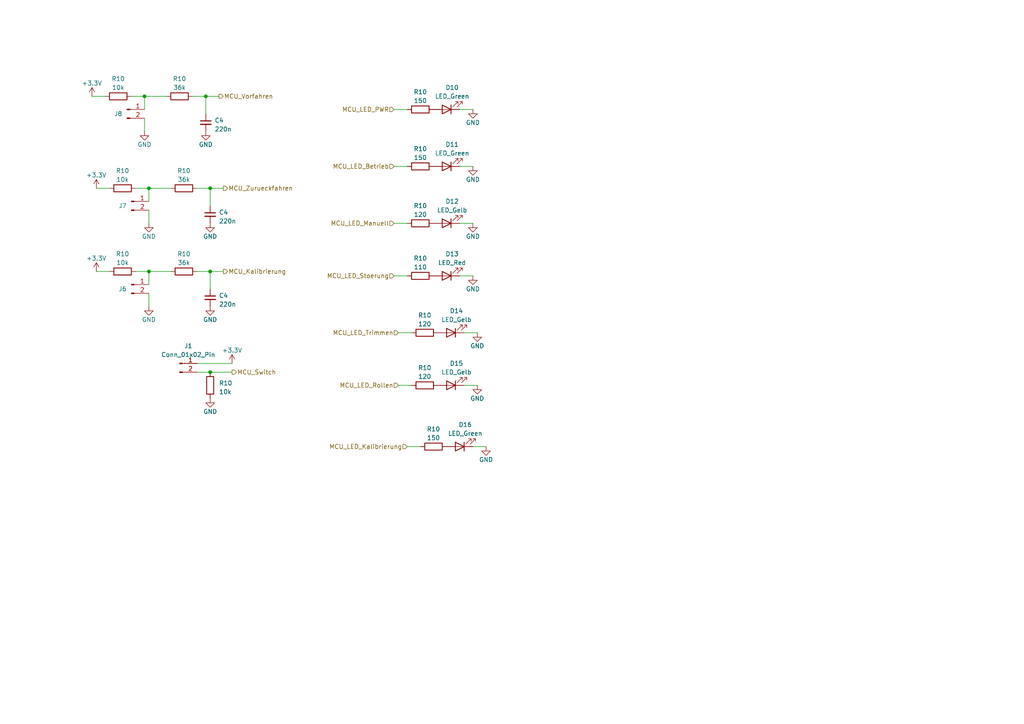
<source format=kicad_sch>
(kicad_sch (version 20230121) (generator eeschema)
  (paper "A4")
  (lib_symbols
    (symbol "Connector:Conn_01x02_Pin" (pin_names (offset 1.016) hide)
      (property "Reference" "J" (at 0 2.54 0))
      (property "Value" "Conn_01x02_Pin" (at 0 -5.08 0))
      (symbol "Conn_01x02_Pin_1_1"
        (polyline (pts (xy 1.27 -2.54) (xy 0.8636 -2.54)) (stroke (width 0.1524)))
        (polyline (pts (xy 1.27 0) (xy 0.8636 0)) (stroke (width 0.1524)))
        (rectangle (start 0.8636 -2.413) (end 0 -2.667) (stroke (width 0.1524)) (fill (type outline)))
        (rectangle (start 0.8636 0.127) (end 0 -0.127) (stroke (width 0.1524)) (fill (type outline)))
        (pin passive line (at 5.08 0 180) (length 3.81) (name "Pin_1") (number "1"))
        (pin passive line (at 5.08 -2.54 180) (length 3.81) (name "Pin_2") (number "2"))
      )
    )
    (symbol "Device:C_Small" (pin_numbers hide) (pin_names (offset 0.254) hide)
      (property "Reference" "C" (at 0.254 1.778 0))
      (property "Value" "C_Small" (at 0.254 -2.032 0))
      (symbol "C_Small_0_1"
        (polyline (pts (xy -1.524 -0.508) (xy 1.524 -0.508)) (stroke (width 0.3302)))
        (polyline (pts (xy -1.524 0.508) (xy 1.524 0.508)) (stroke (width 0.3048)))
      )
      (symbol "C_Small_1_1"
        (pin passive line (at 0 2.54 270) (length 2.032) (name "~") (number "1"))
        (pin passive line (at 0 -2.54 90) (length 2.032) (name "~") (number "2"))
      )
    )
    (symbol "Device:LED" (pin_numbers hide) (pin_names (offset 1.016) hide)
      (property "Reference" "D" (at 0 2.54 0))
      (property "Value" "LED" (at 0 -2.54 0))
      (symbol "LED_0_1"
        (polyline (pts (xy -1.27 -1.27) (xy -1.27 1.27)) (stroke (width 0.254)))
        (polyline (pts (xy -1.27 0) (xy 1.27 0)))
        (polyline (pts (xy 1.27 -1.27) (xy 1.27 1.27) (xy -1.27 0) (xy 1.27 -1.27)) (stroke (width 0.254)))
        (polyline (pts (xy -3.048 -0.762) (xy -4.572 -2.286) (xy -3.81 -2.286) (xy -4.572 -2.286) (xy -4.572 -1.524)))
        (polyline (pts (xy -1.778 -0.762) (xy -3.302 -2.286) (xy -2.54 -2.286) (xy -3.302 -2.286) (xy -3.302 -1.524)))
      )
      (symbol "LED_1_1"
        (pin passive line (at -3.81 0 0) (length 2.54) (name "K") (number "1"))
        (pin passive line (at 3.81 0 180) (length 2.54) (name "A") (number "2"))
      )
    )
    (symbol "Device:R" (pin_numbers hide) (pin_names (offset 0))
      (property "Reference" "R" (at 2.032 0 90))
      (property "Value" "R" (at 0 0 90))
      (symbol "R_0_1"
        (rectangle (start -1.016 -2.54) (end 1.016 2.54) (stroke (width 0.254)))
      )
      (symbol "R_1_1"
        (pin passive line (at 0 3.81 270) (length 1.27) (name "~") (number "1"))
        (pin passive line (at 0 -3.81 90) (length 1.27) (name "~") (number "2"))
      )
    )
    (symbol "power:+3.3V" (power) (pin_names (offset 0))
      (property "Value" "+3.3V" (at 0 3.556 0))
      (symbol "+3.3V_0_1"
        (polyline (pts (xy -0.762 1.27) (xy 0 2.54)))
        (polyline (pts (xy 0 0) (xy 0 2.54)))
        (polyline (pts (xy 0 2.54) (xy 0.762 1.27)))
      )
      (symbol "+3.3V_1_1"
        (pin power_in line (at 0 0 90) (length 0) hide (name "+3.3V") (number "1"))
      )
    )
    (symbol "power:GND" (power) (pin_names (offset 0))
      (property "Value" "GND" (at 0 -3.81 0))
      (symbol "GND_0_1"
        (polyline (pts (xy 0 0) (xy 0 -1.27) (xy 1.27 -1.27) (xy 0 -2.54) (xy -1.27 -1.27) (xy 0 -1.27)))
      )
      (symbol "GND_1_1"
        (pin power_in line (at 0 0 270) (length 0) hide (name "GND") (number "1"))
      )
    )
  )
  (junction (at 60.96 54.61))
  (junction (at 60.96 78.74))
  (junction (at 43.18 78.74))
  (junction (at 60.96 107.95))
  (junction (at 59.69 27.94))
  (junction (at 41.91 27.94))
  (junction (at 43.18 54.61))
  (wire (pts (xy 57.15 78.74) (xy 60.96 78.74)))
  (wire (pts (xy 115.57 111.76) (xy 119.38 111.76)))
  (wire (pts (xy 60.96 54.61) (xy 60.96 59.69)))
  (wire (pts (xy 133.35 64.77) (xy 137.16 64.77)))
  (wire (pts (xy 57.15 105.41) (xy 67.31 105.41)))
  (wire (pts (xy 41.91 27.94) (xy 41.91 31.75)))
  (wire (pts (xy 43.18 78.74) (xy 43.18 82.55)))
  (wire (pts (xy 59.69 27.94) (xy 63.5 27.94)))
  (wire (pts (xy 133.35 80.01) (xy 137.16 80.01)))
  (wire (pts (xy 43.18 78.74) (xy 49.53 78.74)))
  (wire (pts (xy 43.18 54.61) (xy 49.53 54.61)))
  (wire (pts (xy 43.18 60.96) (xy 43.18 64.77)))
  (wire (pts (xy 137.16 129.54) (xy 140.97 129.54)))
  (wire (pts (xy 133.35 48.26) (xy 137.16 48.26)))
  (wire (pts (xy 60.96 54.61) (xy 64.77 54.61)))
  (wire (pts (xy 26.67 27.94) (xy 30.48 27.94)))
  (wire (pts (xy 114.3 64.77) (xy 118.11 64.77)))
  (wire (pts (xy 60.96 78.74) (xy 64.77 78.74)))
  (wire (pts (xy 55.88 27.94) (xy 59.69 27.94)))
  (wire (pts (xy 39.37 54.61) (xy 43.18 54.61)))
  (wire (pts (xy 60.96 107.95) (xy 67.31 107.95)))
  (wire (pts (xy 115.57 96.52) (xy 119.38 96.52)))
  (wire (pts (xy 114.3 31.75) (xy 118.11 31.75)))
  (wire (pts (xy 27.94 78.74) (xy 31.75 78.74)))
  (wire (pts (xy 38.1 27.94) (xy 41.91 27.94)))
  (wire (pts (xy 118.11 129.54) (xy 121.92 129.54)))
  (wire (pts (xy 114.3 80.01) (xy 118.11 80.01)))
  (wire (pts (xy 57.15 54.61) (xy 60.96 54.61)))
  (wire (pts (xy 39.37 78.74) (xy 43.18 78.74)))
  (wire (pts (xy 133.35 31.75) (xy 137.16 31.75)))
  (wire (pts (xy 60.96 78.74) (xy 60.96 83.82)))
  (wire (pts (xy 114.3 48.26) (xy 118.11 48.26)))
  (wire (pts (xy 134.62 96.52) (xy 138.43 96.52)))
  (wire (pts (xy 57.15 107.95) (xy 60.96 107.95)))
  (wire (pts (xy 59.69 27.94) (xy 59.69 33.02)))
  (wire (pts (xy 27.94 54.61) (xy 31.75 54.61)))
  (wire (pts (xy 43.18 85.09) (xy 43.18 88.9)))
  (wire (pts (xy 41.91 27.94) (xy 48.26 27.94)))
  (wire (pts (xy 43.18 54.61) (xy 43.18 58.42)))
  (wire (pts (xy 134.62 111.76) (xy 138.43 111.76)))
  (wire (pts (xy 41.91 34.29) (xy 41.91 38.1)))
  (hierarchical_label "MCU_LED_Kalibrierung" (shape input) (at 118.11 129.54 180))
  (hierarchical_label "MCU_LED_Stoerung" (shape input) (at 114.3 80.01 180))
  (hierarchical_label "MCU_Switch" (shape output) (at 67.31 107.95 0))
  (hierarchical_label "MCU_LED_PWR" (shape input) (at 114.3 31.75 180))
  (hierarchical_label "MCU_LED_Trimmen" (shape input) (at 115.57 96.52 180))
  (hierarchical_label "MCU_LED_Betrieb" (shape input) (at 114.3 48.26 180))
  (hierarchical_label "MCU_LED_Rollen" (shape input) (at 115.57 111.76 180))
  (hierarchical_label "MCU_Vorfahren" (shape output) (at 63.5 27.94 0))
  (hierarchical_label "MCU_LED_Manuell" (shape input) (at 114.3 64.77 180))
  (hierarchical_label "MCU_Zurueckfahren" (shape output) (at 64.77 54.61 0))
  (hierarchical_label "MCU_Kalibrierung" (shape output) (at 64.77 78.74 0))
  (symbol (lib_id "Connector:Conn_01x02_Pin") (at 38.1 58.42 0) (unit 1)
    (property "Reference" "J7" (at 35.56 59.69 0))
    (property "Value" "Conn_01x02_Pin" (effects hide))
    (property "Footprint" "Connector_PinHeader_2.54mm:PinHeader_2x01_P2.54mm_Vertical_SMD" (effects hide))
  )
  (symbol (lib_id "power:+3.3V") (at 26.67 27.94 0) (unit 1)
    (property "Reference" "#PWR075" (effects hide))
    (property "Value" "+3.3V" (at 26.67 24.13 0))
  )
  (symbol (lib_id "power:GND") (at 60.96 115.57 0) (unit 1)
    (property "Reference" "#PWR031" (effects hide))
    (property "Value" "GND" (at 60.96 119.38 0))
  )
  (symbol (lib_id "power:+3.3V") (at 27.94 54.61 0) (unit 1)
    (property "Reference" "#PWR078" (effects hide))
    (property "Value" "+3.3V" (at 27.94 50.8 0))
  )
  (symbol (lib_id "Device:LED") (at 129.54 48.26 180) (unit 1)
    (property "Reference" "D11" (at 131.1275 41.91 0))
    (property "Value" "LED_Green" (at 131.1275 44.45 0))
    (property "Footprint" "LED_SMD:LED_1206_3216Metric" (effects hide))
  )
  (symbol (lib_id "power:+3.3V") (at 67.31 105.41 0) (unit 1)
    (property "Reference" "#PWR013" (effects hide))
    (property "Value" "+3.3V" (at 67.31 101.6 0))
  )
  (symbol (lib_id "Device:C_Small") (at 60.96 86.36 0) (unit 1)
    (property "Reference" "C4" (at 63.5 85.7313 0) (effects (justify left)))
    (property "Value" "220n" (at 63.5 88.2713 0) (effects (justify left)))
    (property "Footprint" "Capacitor_SMD:C_1206_3216Metric" (effects hide))
    (instances (project "STM32_F439ZI_Shield" (path "" (reference "C4") (unit 1)) (path "" (reference "C9") (unit 1))))
  )
  (symbol (lib_id "Device:C_Small") (at 59.69 35.56 0) (unit 1)
    (property "Reference" "C4" (at 62.23 34.9313 0) (effects (justify left)))
    (property "Value" "220n" (at 62.23 37.4713 0) (effects (justify left)))
    (property "Footprint" "Capacitor_SMD:C_1206_3216Metric" (effects hide))
    (instances (project "STM32_F439ZI_Shield" (path "" (reference "C4") (unit 1)) (path "" (reference "C7") (unit 1))))
  )
  (symbol (lib_id "Device:R") (at 121.92 31.75 90) (unit 1)
    (property "Reference" "R10" (at 121.92 26.67 90))
    (property "Value" "150" (at 121.92 29.21 90))
    (property "Footprint" "Resistor_SMD:R_1206_3216Metric" (effects hide))
    (instances (project "STM32_F439ZI_Shield" (path "" (reference "R10") (unit 1)) (path "" (reference "R40") (unit 1))))
  )
  (symbol (lib_id "Device:C_Small") (at 60.96 62.23 0) (unit 1)
    (property "Reference" "C4" (at 63.5 61.6013 0) (effects (justify left)))
    (property "Value" "220n" (at 63.5 64.1413 0) (effects (justify left)))
    (property "Footprint" "Capacitor_SMD:C_1206_3216Metric" (effects hide))
    (instances (project "STM32_F439ZI_Shield" (path "" (reference "C4") (unit 1)) (path "" (reference "C8") (unit 1))))
  )
  (symbol (lib_id "power:GND") (at 138.43 96.52 0) (unit 1)
    (property "Reference" "#PWR059" (effects hide))
    (property "Value" "GND" (at 138.43 100.33 0))
  )
  (symbol (lib_id "power:GND") (at 137.16 48.26 0) (unit 1)
    (property "Reference" "#PWR088" (effects hide))
    (property "Value" "GND" (at 137.16 52.07 0))
  )
  (symbol (lib_id "Connector:Conn_01x02_Pin") (at 38.1 82.55 0) (unit 1)
    (property "Reference" "J6" (at 35.56 83.82 0))
    (property "Value" "Conn_01x02_Pin" (effects hide))
    (property "Footprint" "Connector_PinHeader_2.54mm:PinHeader_2x01_P2.54mm_Vertical_SMD" (effects hide))
  )
  (symbol (lib_id "Device:LED") (at 130.81 96.52 180) (unit 1)
    (property "Reference" "D14" (at 132.3975 90.17 0))
    (property "Value" "LED_Gelb" (at 132.3975 92.71 0))
    (property "Footprint" "LED_SMD:LED_1206_3216Metric" (effects hide))
  )
  (symbol (lib_id "Connector:Conn_01x02_Pin") (at 36.83 31.75 0) (unit 1)
    (property "Reference" "J8" (at 34.29 33.02 0))
    (property "Value" "Conn_01x02_Pin" (effects hide))
    (property "Footprint" "Connector_PinHeader_2.54mm:PinHeader_2x01_P2.54mm_Vertical_SMD" (effects hide))
  )
  (symbol (lib_id "power:GND") (at 137.16 80.01 0) (unit 1)
    (property "Reference" "#PWR090" (effects hide))
    (property "Value" "GND" (at 137.16 83.82 0))
  )
  (symbol (lib_id "Device:R") (at 121.92 80.01 90) (unit 1)
    (property "Reference" "R10" (at 121.92 74.93 90))
    (property "Value" "110" (at 121.92 77.47 90))
    (property "Footprint" "Resistor_SMD:R_1206_3216Metric" (effects hide))
    (instances (project "STM32_F439ZI_Shield" (path "" (reference "R10") (unit 1)) (path "" (reference "R37") (unit 1))))
  )
  (symbol (lib_id "Device:R") (at 121.92 64.77 90) (unit 1)
    (property "Reference" "R10" (at 121.92 59.69 90))
    (property "Value" "120" (at 121.92 62.23 90))
    (property "Footprint" "Resistor_SMD:R_1206_3216Metric" (effects hide))
    (instances (project "STM32_F439ZI_Shield" (path "" (reference "R10") (unit 1)) (path "" (reference "R38") (unit 1))))
  )
  (symbol (lib_id "power:GND") (at 138.43 111.76 0) (unit 1)
    (property "Reference" "#PWR060" (effects hide))
    (property "Value" "GND" (at 138.43 115.57 0))
  )
  (symbol (lib_id "power:+3.3V") (at 27.94 78.74 0) (unit 1)
    (property "Reference" "#PWR056" (effects hide))
    (property "Value" "+3.3V" (at 27.94 74.93 0))
  )
  (symbol (lib_id "power:GND") (at 60.96 64.77 0) (unit 1)
    (property "Reference" "#PWR080" (effects hide))
    (property "Value" "GND" (at 60.96 68.58 0))
  )
  (symbol (lib_id "power:GND") (at 59.69 38.1 0) (unit 1)
    (property "Reference" "#PWR077" (effects hide))
    (property "Value" "GND" (at 59.69 41.91 0))
  )
  (symbol (lib_id "Device:R") (at 52.07 27.94 90) (unit 1)
    (property "Reference" "R10" (at 52.07 22.86 90))
    (property "Value" "36k" (at 52.07 25.4 90))
    (property "Footprint" "Resistor_SMD:R_1206_3216Metric" (effects hide))
    (instances (project "STM32_F439ZI_Shield" (path "" (reference "R10") (unit 1)) (path "" (reference "R30") (unit 1))))
  )
  (symbol (lib_id "Device:LED") (at 129.54 31.75 180) (unit 1)
    (property "Reference" "D10" (at 131.1275 25.4 0))
    (property "Value" "LED_Green" (at 131.1275 27.94 0))
    (property "Footprint" "LED_SMD:LED_1206_3216Metric" (effects hide))
  )
  (symbol (lib_id "Device:LED") (at 129.54 80.01 180) (unit 1)
    (property "Reference" "D13" (at 131.1275 73.66 0))
    (property "Value" "LED_Red" (at 131.1275 76.2 0))
    (property "Footprint" "LED_SMD:LED_1206_3216Metric" (effects hide))
  )
  (symbol (lib_id "Device:R") (at 53.34 54.61 90) (unit 1)
    (property "Reference" "R10" (at 53.34 49.53 90))
    (property "Value" "36k" (at 53.34 52.07 90))
    (property "Footprint" "Resistor_SMD:R_1206_3216Metric" (effects hide))
    (instances (project "STM32_F439ZI_Shield" (path "" (reference "R10") (unit 1)) (path "" (reference "R32") (unit 1))))
  )
  (symbol (lib_id "Device:LED") (at 133.35 129.54 180) (unit 1)
    (property "Reference" "D16" (at 134.9375 123.19 0))
    (property "Value" "LED_Green" (at 134.9375 125.73 0))
    (property "Footprint" "LED_SMD:LED_1206_3216Metric" (effects hide))
  )
  (symbol (lib_id "power:GND") (at 60.96 88.9 0) (unit 1)
    (property "Reference" "#PWR058" (effects hide))
    (property "Value" "GND" (at 60.96 92.71 0))
  )
  (symbol (lib_id "Device:R") (at 123.19 111.76 90) (unit 1)
    (property "Reference" "R10" (at 123.19 106.68 90))
    (property "Value" "120" (at 123.19 109.22 90))
    (property "Footprint" "Resistor_SMD:R_1206_3216Metric" (effects hide))
    (instances (project "STM32_F439ZI_Shield" (path "" (reference "R10") (unit 1)) (path "" (reference "R27") (unit 1))))
  )
  (symbol (lib_id "power:GND") (at 43.18 64.77 0) (unit 1)
    (property "Reference" "#PWR079" (effects hide))
    (property "Value" "GND" (at 43.18 68.58 0))
  )
  (symbol (lib_id "Device:R") (at 60.96 111.76 180) (unit 1)
    (property "Reference" "R10" (at 63.5 111.125 0) (effects (justify right)))
    (property "Value" "10k" (at 63.5 113.665 0) (effects (justify right)))
    (property "Footprint" "Resistor_SMD:R_1206_3216Metric" (effects hide))
    (instances (project "STM32_F439ZI_Shield" (path "" (reference "R10") (unit 1)) (path "" (reference "R2") (unit 1))))
  )
  (symbol (lib_id "Device:R") (at 121.92 48.26 90) (unit 1)
    (property "Reference" "R10" (at 121.92 43.18 90))
    (property "Value" "150" (at 121.92 45.72 90))
    (property "Footprint" "Resistor_SMD:R_1206_3216Metric" (effects hide))
    (instances (project "STM32_F439ZI_Shield" (path "" (reference "R10") (unit 1)) (path "" (reference "R39") (unit 1))))
  )
  (symbol (lib_id "Connector:Conn_01x02_Pin") (at 52.07 105.41 0) (unit 1)
    (property "Reference" "J1" (at 54.61 100.33 0))
    (property "Value" "Conn_01x02_Pin" (at 54.61 102.87 0))
    (property "Footprint" "Connector_PinHeader_2.54mm:PinHeader_2x01_P2.54mm_Vertical_SMD" (effects hide))
  )
  (symbol (lib_id "Device:R") (at 125.73 129.54 90) (unit 1)
    (property "Reference" "R10" (at 125.73 124.46 90))
    (property "Value" "150" (at 125.73 127 90))
    (property "Footprint" "Resistor_SMD:R_1206_3216Metric" (effects hide))
    (instances (project "STM32_F439ZI_Shield" (path "" (reference "R10") (unit 1)) (path "" (reference "R28") (unit 1))))
  )
  (symbol (lib_id "Device:LED") (at 129.54 64.77 180) (unit 1)
    (property "Reference" "D12" (at 131.1275 58.42 0))
    (property "Value" "LED_Gelb" (at 131.1275 60.96 0))
    (property "Footprint" "LED_SMD:LED_1206_3216Metric" (effects hide))
  )
  (symbol (lib_id "power:GND") (at 43.18 88.9 0) (unit 1)
    (property "Reference" "#PWR057" (effects hide))
    (property "Value" "GND" (at 43.18 92.71 0))
  )
  (symbol (lib_id "power:GND") (at 137.16 31.75 0) (unit 1)
    (property "Reference" "#PWR087" (effects hide))
    (property "Value" "GND" (at 137.16 35.56 0))
  )
  (symbol (lib_id "Device:R") (at 123.19 96.52 90) (unit 1)
    (property "Reference" "R10" (at 123.19 91.44 90))
    (property "Value" "120" (at 123.19 93.98 90))
    (property "Footprint" "Resistor_SMD:R_1206_3216Metric" (effects hide))
    (instances (project "STM32_F439ZI_Shield" (path "" (reference "R10") (unit 1)) (path "" (reference "R26") (unit 1))))
  )
  (symbol (lib_id "Device:R") (at 34.29 27.94 90) (unit 1)
    (property "Reference" "R10" (at 34.29 22.86 90))
    (property "Value" "10k" (at 34.29 25.4 90))
    (property "Footprint" "Resistor_SMD:R_1206_3216Metric" (effects hide))
    (instances (project "STM32_F439ZI_Shield" (path "" (reference "R10") (unit 1)) (path "" (reference "R29") (unit 1))))
  )
  (symbol (lib_id "Device:R") (at 53.34 78.74 90) (unit 1)
    (property "Reference" "R10" (at 53.34 73.66 90))
    (property "Value" "36k" (at 53.34 76.2 90))
    (property "Footprint" "Resistor_SMD:R_1206_3216Metric" (effects hide))
    (instances (project "STM32_F439ZI_Shield" (path "" (reference "R10") (unit 1)) (path "" (reference "R25") (unit 1))))
  )
  (symbol (lib_id "power:GND") (at 137.16 64.77 0) (unit 1)
    (property "Reference" "#PWR089" (effects hide))
    (property "Value" "GND" (at 137.16 68.58 0))
  )
  (symbol (lib_id "Device:LED") (at 130.81 111.76 180) (unit 1)
    (property "Reference" "D15" (at 132.3975 105.41 0))
    (property "Value" "LED_Gelb" (at 132.3975 107.95 0))
    (property "Footprint" "LED_SMD:LED_1206_3216Metric" (effects hide))
  )
  (symbol (lib_id "power:GND") (at 41.91 38.1 0) (unit 1)
    (property "Reference" "#PWR076" (effects hide))
    (property "Value" "GND" (at 41.91 41.91 0))
  )
  (symbol (lib_id "power:GND") (at 140.97 129.54 0) (unit 1)
    (property "Reference" "#PWR061" (effects hide))
    (property "Value" "GND" (at 140.97 133.35 0))
  )
  (symbol (lib_id "Device:R") (at 35.56 54.61 90) (unit 1)
    (property "Reference" "R10" (at 35.56 49.53 90))
    (property "Value" "10k" (at 35.56 52.07 90))
    (property "Footprint" "Resistor_SMD:R_1206_3216Metric" (effects hide))
    (instances (project "STM32_F439ZI_Shield" (path "" (reference "R10") (unit 1)) (path "" (reference "R31") (unit 1))))
  )
  (symbol (lib_id "Device:R") (at 35.56 78.74 90) (unit 1)
    (property "Reference" "R10" (at 35.56 73.66 90))
    (property "Value" "10k" (at 35.56 76.2 90))
    (property "Footprint" "Resistor_SMD:R_1206_3216Metric" (effects hide))
    (instances (project "STM32_F439ZI_Shield" (path "" (reference "R10") (unit 1)) (path "" (reference "R3") (unit 1))))
  )
)
</source>
